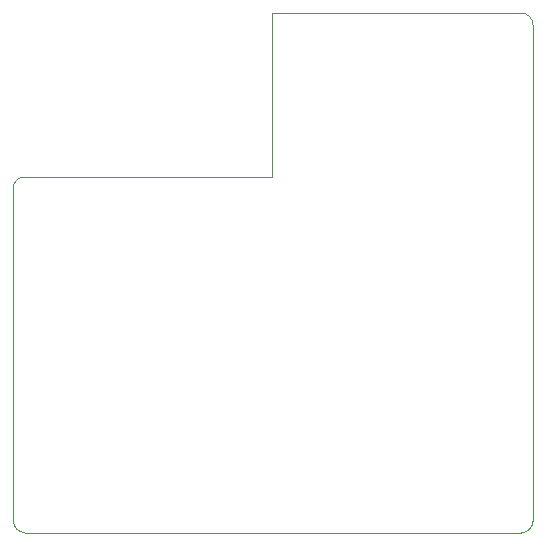
<source format=gbr>
%TF.GenerationSoftware,KiCad,Pcbnew,5.1.9+dfsg1-1+deb11u1*%
%TF.CreationDate,2023-06-07T13:46:30+03:00*%
%TF.ProjectId,Meteostation,4d657465-6f73-4746-9174-696f6e2e6b69,rev?*%
%TF.SameCoordinates,PX12b1280PY638dd70*%
%TF.FileFunction,Profile,NP*%
%FSLAX46Y46*%
G04 Gerber Fmt 4.6, Leading zero omitted, Abs format (unit mm)*
G04 Created by KiCad (PCBNEW 5.1.9+dfsg1-1+deb11u1) date 2023-06-07 13:46:30*
%MOMM*%
%LPD*%
G01*
G04 APERTURE LIST*
%TA.AperFunction,Profile*%
%ADD10C,0.050000*%
%TD*%
G04 APERTURE END LIST*
D10*
X0Y29190000D02*
G75*
G02*
X900000Y30090000I900000J0D01*
G01*
X0Y990000D02*
X0Y29190000D01*
X43000000Y43990000D02*
X21900000Y43990000D01*
X21900000Y30090000D02*
X21900000Y43990000D01*
X900000Y30090000D02*
X21900000Y30090000D01*
X44000000Y42990000D02*
G75*
G03*
X43000000Y43990000I-1000000J0D01*
G01*
X43000000Y-10000D02*
G75*
G03*
X44000000Y990000I0J1000000D01*
G01*
X0Y990000D02*
G75*
G03*
X1000000Y-10000I1000000J0D01*
G01*
X44000000Y990000D02*
X44000000Y42990000D01*
X1000000Y-10000D02*
X43000000Y-10000D01*
M02*

</source>
